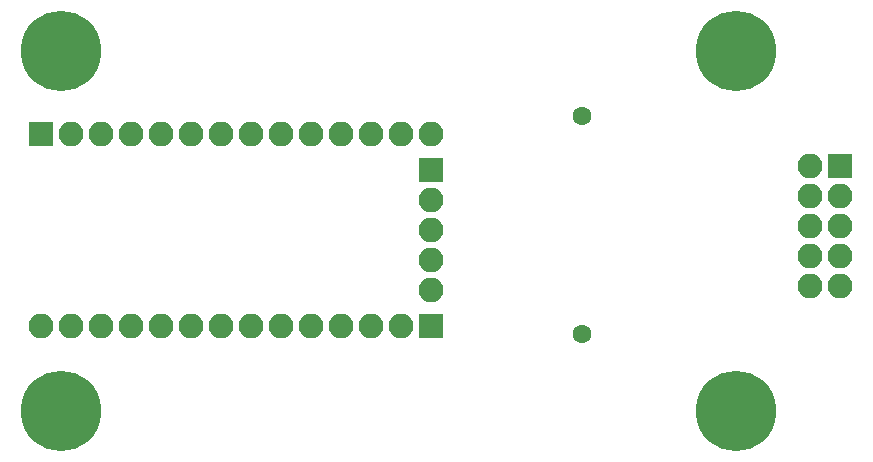
<source format=gbs>
G04 #@! TF.FileFunction,Soldermask,Bot*
%FSLAX46Y46*%
G04 Gerber Fmt 4.6, Leading zero omitted, Abs format (unit mm)*
G04 Created by KiCad (PCBNEW 4.0.7) date 12/11/17 20:33:10*
%MOMM*%
%LPD*%
G01*
G04 APERTURE LIST*
%ADD10C,0.100000*%
%ADD11C,6.800000*%
%ADD12C,1.600000*%
%ADD13R,2.100000X2.100000*%
%ADD14O,2.100000X2.100000*%
G04 APERTURE END LIST*
D10*
D11*
X108150000Y-58520000D03*
X51000000Y-58520000D03*
X108150000Y-89000000D03*
X51000000Y-89000000D03*
D12*
X95108340Y-82484180D03*
X95108340Y-64057180D03*
D13*
X49339500Y-65580960D03*
D14*
X51879500Y-65580960D03*
X54419500Y-65580960D03*
X56959500Y-65580960D03*
X59499500Y-65580960D03*
X62039500Y-65580960D03*
X64579500Y-65580960D03*
X67119500Y-65580960D03*
X69659500Y-65580960D03*
X72199500Y-65580960D03*
X74739500Y-65580960D03*
X77279500Y-65580960D03*
X79819500Y-65580960D03*
X82359500Y-65580960D03*
D13*
X82359500Y-81854840D03*
D14*
X79819500Y-81854840D03*
X77279500Y-81854840D03*
X74739500Y-81854840D03*
X72199500Y-81854840D03*
X69659500Y-81854840D03*
X67119500Y-81854840D03*
X64579500Y-81854840D03*
X62039500Y-81854840D03*
X59499500Y-81854840D03*
X56959500Y-81854840D03*
X54419500Y-81854840D03*
X51879500Y-81854840D03*
X49339500Y-81854840D03*
D13*
X82336640Y-68613020D03*
D14*
X82336640Y-71153020D03*
X82336640Y-73693020D03*
X82336640Y-76233020D03*
X82336640Y-78773020D03*
D13*
X116964460Y-68275200D03*
D14*
X114424460Y-68275200D03*
X116964460Y-70815200D03*
X114424460Y-70815200D03*
X116964460Y-73355200D03*
X114424460Y-73355200D03*
X116964460Y-75895200D03*
X114424460Y-75895200D03*
X116964460Y-78435200D03*
X114424460Y-78435200D03*
M02*

</source>
